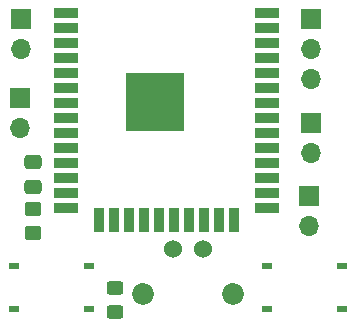
<source format=gts>
G04 #@! TF.GenerationSoftware,KiCad,Pcbnew,6.0.4-6f826c9f35~116~ubuntu20.04.1*
G04 #@! TF.CreationDate,2022-03-23T14:40:53-04:00*
G04 #@! TF.ProjectId,ESP32 Sensing,45535033-3220-4536-956e-73696e672e6b,rev?*
G04 #@! TF.SameCoordinates,Original*
G04 #@! TF.FileFunction,Soldermask,Top*
G04 #@! TF.FilePolarity,Negative*
%FSLAX46Y46*%
G04 Gerber Fmt 4.6, Leading zero omitted, Abs format (unit mm)*
G04 Created by KiCad (PCBNEW 6.0.4-6f826c9f35~116~ubuntu20.04.1) date 2022-03-23 14:40:53*
%MOMM*%
%LPD*%
G01*
G04 APERTURE LIST*
G04 Aperture macros list*
%AMRoundRect*
0 Rectangle with rounded corners*
0 $1 Rounding radius*
0 $2 $3 $4 $5 $6 $7 $8 $9 X,Y pos of 4 corners*
0 Add a 4 corners polygon primitive as box body*
4,1,4,$2,$3,$4,$5,$6,$7,$8,$9,$2,$3,0*
0 Add four circle primitives for the rounded corners*
1,1,$1+$1,$2,$3*
1,1,$1+$1,$4,$5*
1,1,$1+$1,$6,$7*
1,1,$1+$1,$8,$9*
0 Add four rect primitives between the rounded corners*
20,1,$1+$1,$2,$3,$4,$5,0*
20,1,$1+$1,$4,$5,$6,$7,0*
20,1,$1+$1,$6,$7,$8,$9,0*
20,1,$1+$1,$8,$9,$2,$3,0*%
G04 Aperture macros list end*
%ADD10R,1.700000X1.700000*%
%ADD11O,1.700000X1.700000*%
%ADD12R,0.952500X0.558800*%
%ADD13R,2.000000X0.900000*%
%ADD14R,0.900000X2.000000*%
%ADD15R,5.000000X5.000000*%
%ADD16RoundRect,0.250000X-0.450000X0.350000X-0.450000X-0.350000X0.450000X-0.350000X0.450000X0.350000X0*%
%ADD17RoundRect,0.250000X0.450000X-0.325000X0.450000X0.325000X-0.450000X0.325000X-0.450000X-0.325000X0*%
%ADD18C,1.524000*%
%ADD19C,1.850000*%
%ADD20RoundRect,0.250000X0.475000X-0.337500X0.475000X0.337500X-0.475000X0.337500X-0.475000X-0.337500X0*%
G04 APERTURE END LIST*
D10*
X119239515Y-104601318D03*
D11*
X119239515Y-107141318D03*
D10*
X143700520Y-112925392D03*
D11*
X143700520Y-115465392D03*
D12*
X146445634Y-122526537D03*
X140082934Y-122526537D03*
X146445634Y-118818137D03*
X140082934Y-118818137D03*
D10*
X143817774Y-97982584D03*
D11*
X143817774Y-100522584D03*
X143817774Y-103062584D03*
D10*
X119276904Y-97925948D03*
D11*
X119276904Y-100465948D03*
D13*
X123105480Y-97442839D03*
X123105480Y-98712839D03*
X123105480Y-99982839D03*
X123105480Y-101252839D03*
X123105480Y-102522839D03*
X123105480Y-103792839D03*
X123105480Y-105062839D03*
X123105480Y-106332839D03*
X123105480Y-107602839D03*
X123105480Y-108872839D03*
X123105480Y-110142839D03*
X123105480Y-111412839D03*
X123105480Y-112682839D03*
X123105480Y-113952839D03*
D14*
X125890480Y-114952839D03*
X127160480Y-114952839D03*
X128430480Y-114952839D03*
X129700480Y-114952839D03*
X130970480Y-114952839D03*
X132240480Y-114952839D03*
X133510480Y-114952839D03*
X134780480Y-114952839D03*
X136050480Y-114952839D03*
X137320480Y-114952839D03*
D13*
X140105480Y-113952839D03*
X140105480Y-112682839D03*
X140105480Y-111412839D03*
X140105480Y-110142839D03*
X140105480Y-108872839D03*
X140105480Y-107602839D03*
X140105480Y-106332839D03*
X140105480Y-105062839D03*
X140105480Y-103792839D03*
X140105480Y-102522839D03*
X140105480Y-101252839D03*
X140105480Y-99982839D03*
X140105480Y-98712839D03*
X140105480Y-97442839D03*
D15*
X130605480Y-104942839D03*
D10*
X143852139Y-106714365D03*
D11*
X143852139Y-109254365D03*
D16*
X120315510Y-114035132D03*
X120315510Y-116035132D03*
D17*
X127241392Y-122788089D03*
X127241392Y-120738089D03*
D12*
X118698442Y-122531005D03*
X125061142Y-122531005D03*
X125061142Y-118822605D03*
X118698442Y-118822605D03*
D18*
X132190868Y-117404053D03*
X134730868Y-117404053D03*
D19*
X129650868Y-121214053D03*
X137270868Y-121214053D03*
D20*
X120298802Y-112146356D03*
X120298802Y-110071356D03*
M02*

</source>
